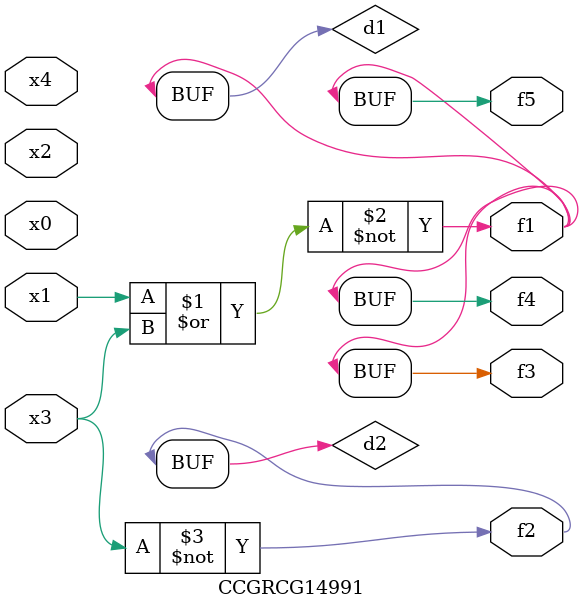
<source format=v>
module CCGRCG14991(
	input x0, x1, x2, x3, x4,
	output f1, f2, f3, f4, f5
);

	wire d1, d2;

	nor (d1, x1, x3);
	not (d2, x3);
	assign f1 = d1;
	assign f2 = d2;
	assign f3 = d1;
	assign f4 = d1;
	assign f5 = d1;
endmodule

</source>
